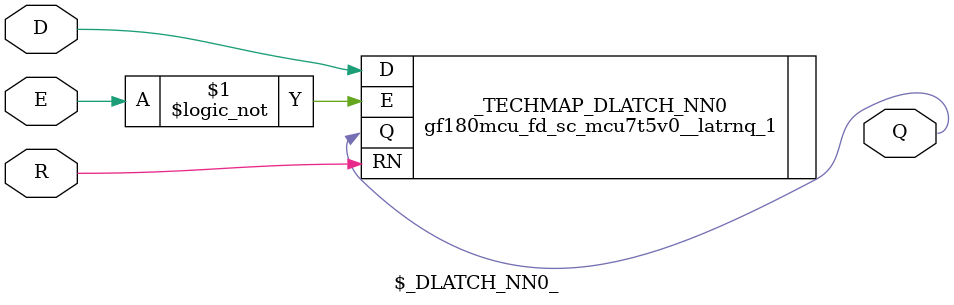
<source format=v>
module \$_DLATCH_P_ (input E, input D, output Q);
  gf180mcu_fd_sc_mcu7t5v0__latq_1 _TECHMAP_DLATCH_P (
    .D(D),
    .Q(Q),
    .E(E)
  );
endmodule

module \$_DLATCH_PN0_ (input E, input R, input D, output Q);
  gf180mcu_fd_sc_mcu7t5v0__latrnq_1 _TECHMAP_DLATCH_PN0 (
    .D(D),
    .Q(Q),
    .E(E),
    .RN(R)
  );
endmodule

module \$_DLATCH_N_ (input E, input D, output Q);
  gf180mcu_fd_sc_mcu7t5v0__latq_1 _TECHMAP_DLATCH_N (
    .D(D),
    .Q(Q),
    .E(!E)
  );
endmodule

module \$_DLATCH_NN0_ (input E, input R, input D, output Q);
  gf180mcu_fd_sc_mcu7t5v0__latrnq_1 _TECHMAP_DLATCH_NN0 (
    .D(D),
    .Q(Q),
    .E(!E),
    .RN(R)
  );
endmodule

</source>
